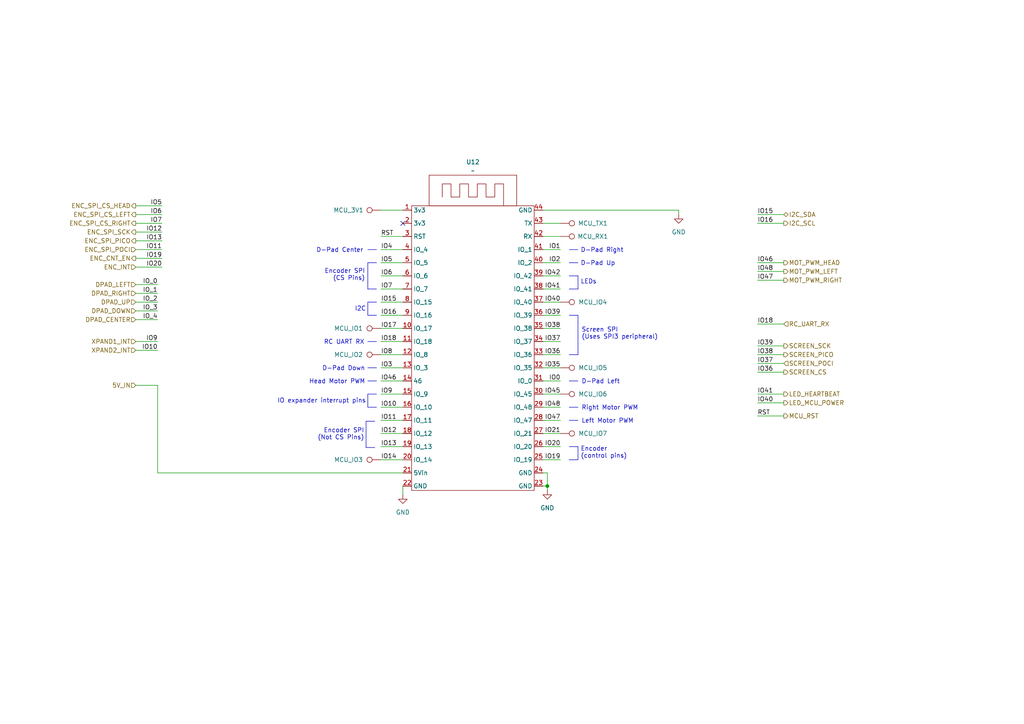
<source format=kicad_sch>
(kicad_sch (version 20231120) (generator "eeschema") (generator_version "8.0")
  (paper "A4")
  (lib_symbols
    (symbol "Connector:TestPoint" (pin_numbers hide) (pin_names (offset 0.762) hide)
      (property "Reference" "TP" (at 0 6.858 0))
      (property "Value" "TestPoint" (at 0 5.08 0))
      (symbol "TestPoint_0_1"
        (circle (center 0 3.302) (radius 0.762))
      )
      (symbol "TestPoint_1_1"
        (pin passive line (at 0 0 90) (length 2.54) (name "1") (number "1"))
      )
    )
    (symbol "astromech_symbols:YD-ESP32-S3"
      (property "Reference" "U" (at 20.32 -0.762 0))
      (symbol "YD-ESP32-S3_0_1"
        (polyline (pts (xy 29.21 1.27) (xy 29.21 7.62) (xy 26.67 7.62) (xy 26.67 3.81) (xy 24.13 3.81) (xy 24.13 7.62) (xy 21.59 7.62) (xy 21.59 3.81) (xy 19.05 3.81) (xy 19.05 7.62) (xy 16.51 7.62) (xy 16.51 3.81) (xy 13.97 3.81) (xy 13.97 7.62) (xy 11.43 7.62) (xy 11.43 3.81)))
        (rectangle (start 2.54 1.27) (end 38.1 -81.28))
        (rectangle (start 7.62 10.16) (end 33.02 1.27))
      )
      (symbol "YD-ESP32-S3_1_1"
        (pin power_out line (at 0 0 0) (length 2.54) (name "3v3") (number "1"))
        (pin bidirectional line (at 0 -34.29 0) (length 2.54) (name "IO_17") (number "10"))
        (pin bidirectional line (at 0 -38.1 0) (length 2.54) (name "IO_18") (number "11"))
        (pin bidirectional line (at 0 -41.91 0) (length 2.54) (name "IO_8") (number "12"))
        (pin bidirectional line (at 0 -45.72 0) (length 2.54) (name "IO_3") (number "13"))
        (pin bidirectional line (at 0 -49.53 0) (length 2.54) (name "46") (number "14"))
        (pin bidirectional line (at 0 -53.34 0) (length 2.54) (name "IO_9") (number "15"))
        (pin bidirectional line (at 0 -57.15 0) (length 2.54) (name "IO_10") (number "16"))
        (pin bidirectional line (at 0 -60.96 0) (length 2.54) (name "IO_11") (number "17"))
        (pin bidirectional line (at 0 -64.77 0) (length 2.54) (name "IO_12") (number "18"))
        (pin bidirectional line (at 0 -68.58 0) (length 2.54) (name "IO_13") (number "19"))
        (pin power_out line (at 0 -3.81 0) (length 2.54) (name "3v3") (number "2"))
        (pin bidirectional line (at 0 -72.39 0) (length 2.54) (name "IO_14") (number "20"))
        (pin power_in line (at 0 -76.2 0) (length 2.54) (name "5Vin") (number "21"))
        (pin power_in line (at 0 -80.01 0) (length 2.54) (name "GND") (number "22"))
        (pin power_in line (at 40.64 -80.01 180) (length 2.54) (name "GND") (number "23"))
        (pin power_in line (at 40.64 -76.2 180) (length 2.54) (name "GND") (number "24"))
        (pin bidirectional line (at 40.64 -72.39 180) (length 2.54) (name "IO_19") (number "25"))
        (pin bidirectional line (at 40.64 -68.58 180) (length 2.54) (name "IO_20") (number "26"))
        (pin bidirectional line (at 40.64 -64.77 180) (length 2.54) (name "IO_21") (number "27"))
        (pin bidirectional line (at 40.64 -60.96 180) (length 2.54) (name "IO_47") (number "28"))
        (pin bidirectional line (at 40.64 -57.15 180) (length 2.54) (name "IO_48") (number "29"))
        (pin input line (at 0 -7.62 0) (length 2.54) (name "RST") (number "3"))
        (pin bidirectional line (at 40.64 -53.34 180) (length 2.54) (name "IO_45") (number "30"))
        (pin bidirectional line (at 40.64 -49.53 180) (length 2.54) (name "IO_0") (number "31"))
        (pin bidirectional line (at 40.64 -45.72 180) (length 2.54) (name "IO_35") (number "32"))
        (pin bidirectional line (at 40.64 -41.91 180) (length 2.54) (name "IO_36") (number "33"))
        (pin bidirectional line (at 40.64 -38.1 180) (length 2.54) (name "IO_37") (number "34"))
        (pin bidirectional line (at 40.64 -34.29 180) (length 2.54) (name "IO_38") (number "35"))
        (pin bidirectional line (at 40.64 -30.48 180) (length 2.54) (name "IO_39") (number "36"))
        (pin bidirectional line (at 40.64 -26.67 180) (length 2.54) (name "IO_40") (number "37"))
        (pin bidirectional line (at 40.64 -22.86 180) (length 2.54) (name "IO_41") (number "38"))
        (pin bidirectional line (at 40.64 -19.05 180) (length 2.54) (name "IO_42") (number "39"))
        (pin bidirectional line (at 0 -11.43 0) (length 2.54) (name "IO_4") (number "4"))
        (pin bidirectional line (at 40.64 -15.24 180) (length 2.54) (name "IO_2") (number "40"))
        (pin bidirectional line (at 40.64 -11.43 180) (length 2.54) (name "IO_1") (number "41"))
        (pin input line (at 40.64 -7.62 180) (length 2.54) (name "RX") (number "42"))
        (pin output line (at 40.64 -3.81 180) (length 2.54) (name "TX") (number "43"))
        (pin bidirectional line (at 40.64 0 180) (length 2.54) (name "GND") (number "44"))
        (pin bidirectional line (at 0 -15.24 0) (length 2.54) (name "IO_5") (number "5"))
        (pin bidirectional line (at 0 -19.05 0) (length 2.54) (name "IO_6") (number "6"))
        (pin bidirectional line (at 0 -22.86 0) (length 2.54) (name "IO_7") (number "7"))
        (pin bidirectional line (at 0 -26.67 0) (length 2.54) (name "IO_15") (number "8"))
        (pin bidirectional line (at 0 -30.48 0) (length 2.54) (name "IO_16") (number "9"))
      )
    )
    (symbol "power:GND" (power) (pin_numbers hide) (pin_names (offset 0) hide)
      (property "Value" "GND" (at 0 -3.81 0))
      (symbol "GND_0_1"
        (polyline (pts (xy 0 0) (xy 0 -1.27) (xy 1.27 -1.27) (xy 0 -2.54) (xy -1.27 -1.27) (xy 0 -1.27)))
      )
      (symbol "GND_1_1"
        (pin power_in line (at 0 0 270) (length 0) (name "~") (number "1"))
      )
    )
  )
  (junction (at 158.75 140.97))
  (no_connect (at 116.84 64.77))
  (wire (pts (xy 46.99 67.31) (xy 39.37 67.31)))
  (wire (pts (xy 158.75 137.16) (xy 158.75 140.97)))
  (polyline (pts (xy 165.1 129.54) (xy 167.64 129.54)))
  (polyline (pts (xy 165.1 83.82) (xy 167.64 83.82)))
  (polyline (pts (xy 106.68 91.44) (xy 109.22 91.44)))
  (wire (pts (xy 46.99 72.39) (xy 39.37 72.39)))
  (polyline (pts (xy 106.68 83.82) (xy 109.22 83.82)))
  (polyline (pts (xy 109.22 87.63) (xy 106.68 87.63)))
  (wire (pts (xy 39.37 99.06) (xy 45.72 99.06)))
  (polyline (pts (xy 165.1 133.35) (xy 167.64 133.35)))
  (wire (pts (xy 157.48 129.54) (xy 162.56 129.54)))
  (polyline (pts (xy 165.1 76.2) (xy 167.64 76.2)))
  (wire (pts (xy 45.72 137.16) (xy 116.84 137.16)))
  (wire (pts (xy 46.99 77.47) (xy 39.37 77.47)))
  (wire (pts (xy 110.49 87.63) (xy 116.84 87.63)))
  (wire (pts (xy 219.71 120.65) (xy 227.33 120.65)))
  (wire (pts (xy 157.48 99.06) (xy 162.56 99.06)))
  (wire (pts (xy 110.49 95.25) (xy 116.84 95.25)))
  (wire (pts (xy 219.71 62.23) (xy 227.33 62.23)))
  (polyline (pts (xy 165.1 110.49) (xy 167.64 110.49)))
  (wire (pts (xy 39.37 82.55) (xy 45.72 82.55)))
  (wire (pts (xy 110.49 110.49) (xy 116.84 110.49)))
  (wire (pts (xy 46.99 69.85) (xy 39.37 69.85)))
  (polyline (pts (xy 165.1 118.11) (xy 167.64 118.11)))
  (wire (pts (xy 46.99 59.69) (xy 39.37 59.69)))
  (wire (pts (xy 39.37 85.09) (xy 45.72 85.09)))
  (polyline (pts (xy 106.68 118.11) (xy 109.22 118.11)))
  (polyline (pts (xy 106.68 106.68) (xy 109.22 106.68)))
  (polyline (pts (xy 106.68 72.39) (xy 109.22 72.39)))
  (polyline (pts (xy 165.1 102.87) (xy 167.64 102.87)))
  (wire (pts (xy 157.48 106.68) (xy 162.56 106.68)))
  (wire (pts (xy 110.49 68.58) (xy 116.84 68.58)))
  (polyline (pts (xy 109.22 114.3) (xy 106.68 114.3)))
  (polyline (pts (xy 167.64 80.01) (xy 167.64 83.82)))
  (wire (pts (xy 110.49 106.68) (xy 116.84 106.68)))
  (wire (pts (xy 157.48 80.01) (xy 162.56 80.01)))
  (wire (pts (xy 196.85 62.23) (xy 196.85 60.96)))
  (wire (pts (xy 39.37 101.6) (xy 45.72 101.6)))
  (wire (pts (xy 110.49 72.39) (xy 116.84 72.39)))
  (wire (pts (xy 219.71 105.41) (xy 227.33 105.41)))
  (wire (pts (xy 157.48 95.25) (xy 162.56 95.25)))
  (wire (pts (xy 39.37 87.63) (xy 45.72 87.63)))
  (wire (pts (xy 157.48 118.11) (xy 162.56 118.11)))
  (wire (pts (xy 219.71 93.98) (xy 227.33 93.98)))
  (polyline (pts (xy 106.172 129.794) (xy 108.712 129.794)))
  (wire (pts (xy 219.71 100.33) (xy 227.33 100.33)))
  (wire (pts (xy 110.49 129.54) (xy 116.84 129.54)))
  (wire (pts (xy 219.71 76.2) (xy 227.33 76.2)))
  (wire (pts (xy 110.49 60.96) (xy 116.84 60.96)))
  (wire (pts (xy 158.75 142.24) (xy 158.75 140.97)))
  (wire (pts (xy 157.48 125.73) (xy 162.56 125.73)))
  (wire (pts (xy 196.85 60.96) (xy 157.48 60.96)))
  (wire (pts (xy 219.71 81.28) (xy 227.33 81.28)))
  (wire (pts (xy 219.71 114.3) (xy 227.33 114.3)))
  (wire (pts (xy 219.71 78.74) (xy 227.33 78.74)))
  (polyline (pts (xy 167.64 129.54) (xy 167.64 133.35)))
  (wire (pts (xy 158.75 140.97) (xy 157.48 140.97)))
  (wire (pts (xy 110.49 80.01) (xy 116.84 80.01)))
  (wire (pts (xy 162.56 64.77) (xy 157.48 64.77)))
  (wire (pts (xy 110.49 125.73) (xy 116.84 125.73)))
  (polyline (pts (xy 106.68 114.3) (xy 106.68 118.11)))
  (wire (pts (xy 110.49 114.3) (xy 116.84 114.3)))
  (polyline (pts (xy 109.22 76.2) (xy 106.68 76.2)))
  (wire (pts (xy 39.37 90.17) (xy 45.72 90.17)))
  (wire (pts (xy 45.72 111.76) (xy 45.72 137.16)))
  (wire (pts (xy 157.48 133.35) (xy 162.56 133.35)))
  (wire (pts (xy 110.49 99.06) (xy 116.84 99.06)))
  (wire (pts (xy 157.48 76.2) (xy 162.56 76.2)))
  (wire (pts (xy 157.48 114.3) (xy 162.56 114.3)))
  (polyline (pts (xy 106.68 99.06) (xy 109.22 99.06)))
  (wire (pts (xy 110.49 121.92) (xy 116.84 121.92)))
  (polyline (pts (xy 165.1 72.39) (xy 167.64 72.39)))
  (wire (pts (xy 162.56 68.58) (xy 157.48 68.58)))
  (polyline (pts (xy 167.64 102.87) (xy 167.64 91.44)))
  (wire (pts (xy 157.48 137.16) (xy 158.75 137.16)))
  (wire (pts (xy 110.49 91.44) (xy 116.84 91.44)))
  (wire (pts (xy 110.49 118.11) (xy 116.84 118.11)))
  (wire (pts (xy 39.37 111.76) (xy 45.72 111.76)))
  (polyline (pts (xy 106.172 122.174) (xy 106.172 129.794)))
  (wire (pts (xy 157.48 87.63) (xy 162.56 87.63)))
  (wire (pts (xy 110.49 133.35) (xy 116.84 133.35)))
  (wire (pts (xy 157.48 121.92) (xy 162.56 121.92)))
  (wire (pts (xy 46.99 64.77) (xy 39.37 64.77)))
  (polyline (pts (xy 165.1 80.01) (xy 167.64 80.01)))
  (wire (pts (xy 39.37 92.71) (xy 45.72 92.71)))
  (wire (pts (xy 157.48 102.87) (xy 162.56 102.87)))
  (polyline (pts (xy 108.712 122.174) (xy 106.172 122.174)))
  (wire (pts (xy 110.49 102.87) (xy 116.84 102.87)))
  (wire (pts (xy 110.49 83.82) (xy 116.84 83.82)))
  (polyline (pts (xy 165.1 91.44) (xy 167.64 91.44)))
  (wire (pts (xy 219.71 107.95) (xy 227.33 107.95)))
  (wire (pts (xy 157.48 91.44) (xy 162.56 91.44)))
  (wire (pts (xy 157.48 72.39) (xy 162.56 72.39)))
  (polyline (pts (xy 106.68 110.49) (xy 109.22 110.49)))
  (wire (pts (xy 116.84 140.97) (xy 116.84 143.51)))
  (wire (pts (xy 46.99 62.23) (xy 39.37 62.23)))
  (wire (pts (xy 219.71 102.87) (xy 227.33 102.87)))
  (wire (pts (xy 219.71 64.77) (xy 227.33 64.77)))
  (wire (pts (xy 157.48 110.49) (xy 162.56 110.49)))
  (wire (pts (xy 46.99 74.93) (xy 39.37 74.93)))
  (polyline (pts (xy 106.68 76.2) (xy 106.68 83.82)))
  (wire (pts (xy 219.71 116.84) (xy 227.33 116.84)))
  (polyline (pts (xy 106.68 87.63) (xy 106.68 91.44)))
  (wire (pts (xy 157.48 83.82) (xy 162.56 83.82)))
  (wire (pts (xy 110.49 76.2) (xy 116.84 76.2)))
  (polyline (pts (xy 165.1 121.92) (xy 167.64 121.92)))
  (text "Head Motor PWM" (at 105.918 110.744 0) (effects (font (size 1.27 1.27)) (justify right)))
  (text "D-Pad Down" (at 105.918 106.934 0) (effects (font (size 1.27 1.27)) (justify right)))
  (text "IO expander interrupt pins" (at 106.172 116.332 0) (effects (font (size 1.27 1.27)) (justify right)))
  (text "D-Pad Up" (at 168.402 76.454 0) (effects (font (size 1.27 1.27)) (justify left)))
  (text "Right Motor PWM" (at 168.656 118.364 0) (effects (font (size 1.27 1.27)) (justify left)))
  (text "Encoder SPI\n(Not CS Pins)" (at 105.664 125.984 0) (effects (font (size 1.27 1.27)) (justify right)))
  (text "RC UART RX" (at 99.822 99.314 0) (effects (font (size 1.27 1.27))))
  (text "Encoder\n(control pins)" (at 168.402 131.318 0) (effects (font (size 1.27 1.27)) (justify left)))
  (text "D-Pad Left" (at 168.656 110.744 0) (effects (font (size 1.27 1.27)) (justify left)))
  (text "Encoder SPI\n(CS Pins)" (at 105.918 79.756 0) (effects (font (size 1.27 1.27)) (justify right)))
  (text "D-Pad Center" (at 105.41 72.644 0) (effects (font (size 1.27 1.27)) (justify right)))
  (text "Left Motor PWM" (at 168.656 122.174 0) (effects (font (size 1.27 1.27)) (justify left)))
  (text "LEDs" (at 168.402 81.788 0) (effects (font (size 1.27 1.27)) (justify left)))
  (text "I2C" (at 106.172 89.662 0) (effects (font (size 1.27 1.27)) (justify right)))
  (text "Screen SPI\n(Uses SPI3 peripheral)" (at 168.656 96.774 0) (effects (font (size 1.27 1.27)) (justify left)))
  (text "D-Pad Right" (at 168.402 72.644 0) (effects (font (size 1.27 1.27)) (justify left)))
  (label "IO11" (at 110.49 121.92 0))
  (label "IO6" (at 46.99 62.23 180))
  (label "IO8" (at 110.49 102.87 0))
  (label "IO9" (at 110.49 114.3 0))
  (label "IO10" (at 45.72 101.6 180))
  (label "IO5" (at 110.49 76.2 0))
  (label "IO36" (at 162.56 102.87 180))
  (label "IO41" (at 162.56 83.82 180))
  (label "IO13" (at 46.99 69.85 180))
  (label "IO_4" (at 45.72 92.71 180))
  (label "IO18" (at 110.49 99.06 0))
  (label "IO47" (at 219.71 81.28 0))
  (label "IO45" (at 162.56 114.3 180))
  (label "IO37" (at 162.56 99.06 180))
  (label "IO7" (at 46.99 64.77 180))
  (label "IO47" (at 162.56 121.92 180))
  (label "IO46" (at 219.71 76.2 0))
  (label "IO12" (at 46.99 67.31 180))
  (label "IO15" (at 219.71 62.23 0))
  (label "IO_0" (at 45.72 82.55 180))
  (label "IO_1" (at 45.72 85.09 180))
  (label "IO_2" (at 45.72 87.63 180))
  (label "IO16" (at 110.49 91.44 0))
  (label "IO14" (at 110.49 133.35 0))
  (label "RST" (at 110.49 68.58 0))
  (label "IO16" (at 219.71 64.77 0))
  (label "IO48" (at 219.71 78.74 0))
  (label "IO17" (at 110.49 95.25 0))
  (label "IO_3" (at 45.72 90.17 180))
  (label "IO35" (at 162.56 106.68 180))
  (label "IO37" (at 219.71 105.41 0))
  (label "IO13" (at 110.49 129.54 0))
  (label "IO38" (at 162.56 95.25 180))
  (label "IO3" (at 110.49 106.68 0))
  (label "IO42" (at 162.56 80.01 180))
  (label "IO2" (at 162.56 76.2 180))
  (label "IO46" (at 110.49 110.49 0))
  (label "IO20" (at 46.99 77.47 180))
  (label "IO7" (at 110.49 83.82 0))
  (label "IO11" (at 46.99 72.39 180))
  (label "RST" (at 219.71 120.65 0))
  (label "IO5" (at 46.99 59.69 180))
  (label "IO15" (at 110.49 87.63 0))
  (label "IO19" (at 162.56 133.35 180))
  (label "IO20" (at 162.56 129.54 180))
  (label "IO18" (at 219.71 93.98 0))
  (label "IO12" (at 110.49 125.73 0))
  (label "IO40" (at 162.56 87.63 180))
  (label "IO38" (at 219.71 102.87 0))
  (label "IO19" (at 46.99 74.93 180))
  (label "IO6" (at 110.49 80.01 0))
  (label "IO1" (at 162.56 72.39 180))
  (label "IO4" (at 110.49 72.39 0))
  (label "IO10" (at 110.49 118.11 0))
  (label "IO0" (at 162.56 110.49 180))
  (label "IO36" (at 219.71 107.95 0))
  (label "IO39" (at 219.71 100.33 0))
  (label "IO40" (at 219.71 116.84 0))
  (label "IO41" (at 219.71 114.3 0))
  (label "IO9" (at 45.72 99.06 180))
  (label "IO48" (at 162.56 118.11 180))
  (label "IO21" (at 162.56 125.73 180))
  (label "IO39" (at 162.56 91.44 180))
  (hierarchical_label "5V_IN" (shape input) (at 39.37 111.76 180))
  (hierarchical_label "LED_HEARTBEAT" (shape output) (at 227.33 114.3 0))
  (hierarchical_label "DPAD_DOWN" (shape input) (at 39.37 90.17 180))
  (hierarchical_label "LED_MCU_POWER" (shape output) (at 227.33 116.84 0))
  (hierarchical_label "ENC_INT" (shape input) (at 39.37 77.47 180))
  (hierarchical_label "ENC_SPI_SCK" (shape output) (at 39.37 67.31 180))
  (hierarchical_label "I2C_SCL" (shape output) (at 227.33 64.77 0))
  (hierarchical_label "MOT_PWM_LEFT" (shape output) (at 227.33 78.74 0))
  (hierarchical_label "DPAD_LEFT" (shape input) (at 39.37 82.55 180))
  (hierarchical_label "RC_UART_RX" (shape input) (at 227.33 93.98 0))
  (hierarchical_label "MOT_PWM_HEAD" (shape output) (at 227.33 76.2 0))
  (hierarchical_label "ENC_SPI_CS_LEFT" (shape output) (at 39.37 62.23 180))
  (hierarchical_label "SCREEN_POCI" (shape input) (at 227.33 105.41 0))
  (hierarchical_label "ENC_SPI_CS_RIGHT" (shape output) (at 39.37 64.77 180))
  (hierarchical_label "MOT_PWM_RIGHT" (shape output) (at 227.33 81.28 0))
  (hierarchical_label "ENC_CNT_EN" (shape output) (at 39.37 74.93 180))
  (hierarchical_label "I2C_SDA" (shape bidirectional) (at 227.33 62.23 0))
  (hierarchical_label "ENC_SPI_PICO" (shape output) (at 39.37 69.85 180))
  (hierarchical_label "SCREEN_CS" (shape output) (at 227.33 107.95 0))
  (hierarchical_label "DPAD_CENTER" (shape input) (at 39.37 92.71 180))
  (hierarchical_label "XPAND1_INT" (shape input) (at 39.37 99.06 180))
  (hierarchical_label "XPAND2_INT" (shape input) (at 39.37 101.6 180))
  (hierarchical_label "ENC_SPI_CS_HEAD" (shape output) (at 39.37 59.69 180))
  (hierarchical_label "DPAD_UP" (shape input) (at 39.37 87.63 180))
  (hierarchical_label "SCREEN_PICO" (shape output) (at 227.33 102.87 0))
  (hierarchical_label "SCREEN_SCK" (shape output) (at 227.33 100.33 0))
  (hierarchical_label "MCU_RST" (shape output) (at 227.33 120.65 0))
  (hierarchical_label "DPAD_RIGHT" (shape input) (at 39.37 85.09 180))
  (hierarchical_label "ENC_SPI_POCI" (shape input) (at 39.37 72.39 180))
  (symbol (lib_id "Connector:TestPoint") (at 110.49 133.35 90) (unit 1)
    (property "Reference" "MCU_IO3" (at 101.092 133.35 90))
    (property "Value" "TestPoint" (effects (hide yes)))
    (property "Footprint" "TestPoint:TestPoint_Pad_D1.0mm" (effects (hide yes)))
    (property "Description" "test point" (effects (hide yes)))
  )
  (symbol (lib_id "power:GND") (at 196.85 62.23 0) (unit 1)
    (property "Reference" "#PWR061" (effects (hide yes)))
    (property "Value" "GND" (at 196.85 67.31 0))
    (property "Description" "Power symbol creates a global label with name \"GND\" , ground" (effects (hide yes)))
  )
  (symbol (lib_id "Connector:TestPoint") (at 162.56 68.58 270) (unit 1)
    (property "Reference" "MCU_RX1" (at 171.958 68.58 90))
    (property "Value" "TestPoint" (effects (hide yes)))
    (property "Footprint" "TestPoint:TestPoint_Pad_D1.0mm" (effects (hide yes)))
    (property "Description" "test point" (effects (hide yes)))
  )
  (symbol (lib_id "power:GND") (at 158.75 142.24 0) (unit 1)
    (property "Reference" "#PWR060" (effects (hide yes)))
    (property "Value" "GND" (at 158.75 147.32 0))
    (property "Description" "Power symbol creates a global label with name \"GND\" , ground" (effects (hide yes)))
  )
  (symbol (lib_id "power:GND") (at 116.84 143.51 0) (unit 1)
    (property "Reference" "#PWR059" (effects (hide yes)))
    (property "Value" "GND" (at 116.84 148.59 0))
    (property "Description" "Power symbol creates a global label with name \"GND\" , ground" (effects (hide yes)))
  )
  (symbol (lib_id "Connector:TestPoint") (at 162.56 125.73 270) (unit 1)
    (property "Reference" "MCU_IO7" (at 171.958 125.73 90))
    (property "Value" "TestPoint" (effects (hide yes)))
    (property "Footprint" "TestPoint:TestPoint_Pad_D1.0mm" (effects (hide yes)))
    (property "Description" "test point" (effects (hide yes)))
  )
  (symbol (lib_id "Connector:TestPoint") (at 162.56 64.77 270) (unit 1)
    (property "Reference" "MCU_TX1" (at 171.958 64.77 90))
    (property "Value" "TestPoint" (effects (hide yes)))
    (property "Footprint" "TestPoint:TestPoint_Pad_D1.0mm" (effects (hide yes)))
    (property "Description" "test point" (effects (hide yes)))
  )
  (symbol (lib_id "Connector:TestPoint") (at 110.49 102.87 90) (unit 1)
    (property "Reference" "MCU_IO2" (at 101.092 102.87 90))
    (property "Value" "TestPoint" (effects (hide yes)))
    (property "Footprint" "TestPoint:TestPoint_Pad_D1.0mm" (effects (hide yes)))
    (property "Description" "test point" (effects (hide yes)))
  )
  (symbol (lib_id "astromech_symbols:YD-ESP32-S3") (at 116.84 60.96 0) (unit 1)
    (property "Reference" "U12" (at 137.16 46.99 0))
    (property "Value" "~" (at 137.16 49.53 0))
    (property "Footprint" "astromech_footprints:YD-ESP32-S3" (effects (hide yes)))
  )
  (symbol (lib_id "Connector:TestPoint") (at 110.49 60.96 90) (unit 1)
    (property "Reference" "MCU_3V1" (at 101.092 60.96 90))
    (property "Value" "TestPoint" (effects (hide yes)))
    (property "Footprint" "TestPoint:TestPoint_Pad_D1.0mm" (effects (hide yes)))
    (property "Description" "test point" (effects (hide yes)))
  )
  (symbol (lib_id "Connector:TestPoint") (at 110.49 95.25 90) (unit 1)
    (property "Reference" "MCU_IO1" (at 101.092 95.25 90))
    (property "Value" "TestPoint" (effects (hide yes)))
    (property "Footprint" "TestPoint:TestPoint_Pad_D1.0mm" (effects (hide yes)))
    (property "Description" "test point" (effects (hide yes)))
  )
  (symbol (lib_id "Connector:TestPoint") (at 162.56 87.63 270) (unit 1)
    (property "Reference" "MCU_IO4" (at 171.958 87.63 90))
    (property "Value" "TestPoint" (effects (hide yes)))
    (property "Footprint" "TestPoint:TestPoint_Pad_D1.0mm" (effects (hide yes)))
    (property "Description" "test point" (effects (hide yes)))
  )
  (symbol (lib_id "Connector:TestPoint") (at 162.56 106.68 270) (unit 1)
    (property "Reference" "MCU_IO5" (at 171.958 106.68 90))
    (property "Value" "TestPoint" (effects (hide yes)))
    (property "Footprint" "TestPoint:TestPoint_Pad_D1.0mm" (effects (hide yes)))
    (property "Description" "test point" (effects (hide yes)))
  )
  (symbol (lib_id "Connector:TestPoint") (at 162.56 114.3 270) (unit 1)
    (property "Reference" "MCU_IO6" (at 171.958 114.3 90))
    (property "Value" "TestPoint" (effects (hide yes)))
    (property "Footprint" "TestPoint:TestPoint_Pad_D1.0mm" (effects (hide yes)))
    (property "Description" "test point" (effects (hide yes)))
  )
)
</source>
